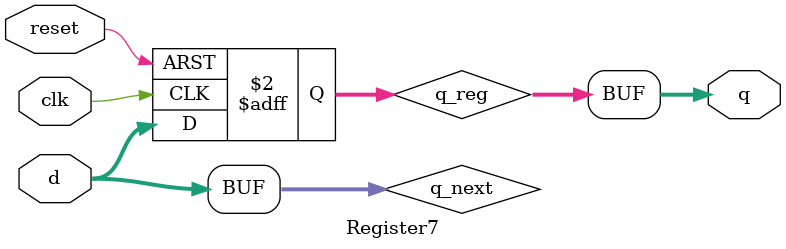
<source format=v>
module Register7(input clk, input reset, input [6:0] d, output [6:0] q);
    reg [6:0] q_reg;
    wire [6:0] q_next; // u may use reg too

    // state register
    always @(posedge clk, posedge reset) begin
        if(reset) q_reg <= 7'b0000000;
        else q_reg <= q_next;
    end

    // next state logic
    assign q_next = d;

    // output logic
    assign q = q_reg;
endmodule
</source>
